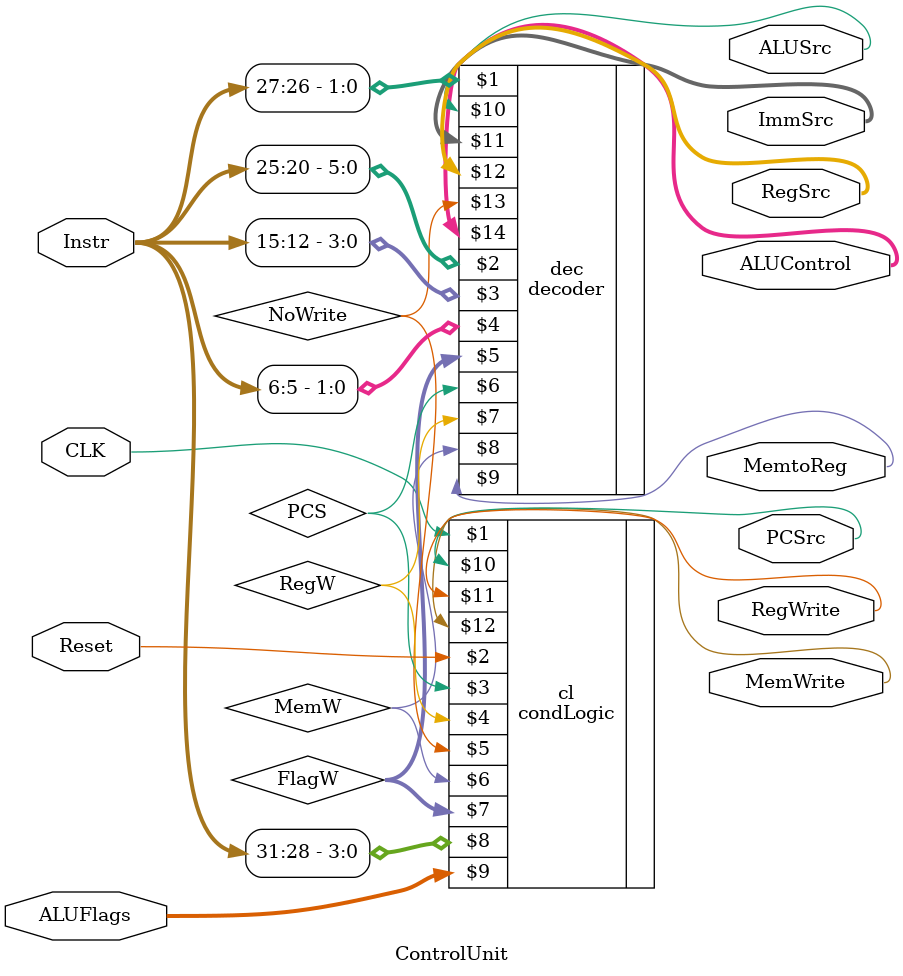
<source format=sv>
module ControlUnit(input logic CLK, 
						 input logic Reset,
						 input logic [31:5] Instr,
						 input logic [3:0] ALUFlags,
						 output logic [1:0]RegSrc,
						 output logic RegWrite,
						 output logic [1:0] ImmSrc,
						 output logic ALUSrc,
						 output logic [1:0] ALUControl,
						 output logic MemWrite,
						 output logic MemtoReg,
						 output logic PCSrc);

	logic [1:0] FlagW;
	
	logic PCS, RegW, MemW, NoWrite;

	decoder dec(Instr[27:26],Instr[25:20],Instr[15:12], Instr[6:5],FlagW, PCS, RegW, MemW, MemtoReg, ALUSrc, ImmSrc, RegSrc, NoWrite, ALUControl);

	condLogic cl(CLK,Reset,PCS,RegW,NoWrite,MemW,FlagW,Instr[31:28],ALUFlags,PCSrc,RegWrite,MemWrite);

endmodule

</source>
